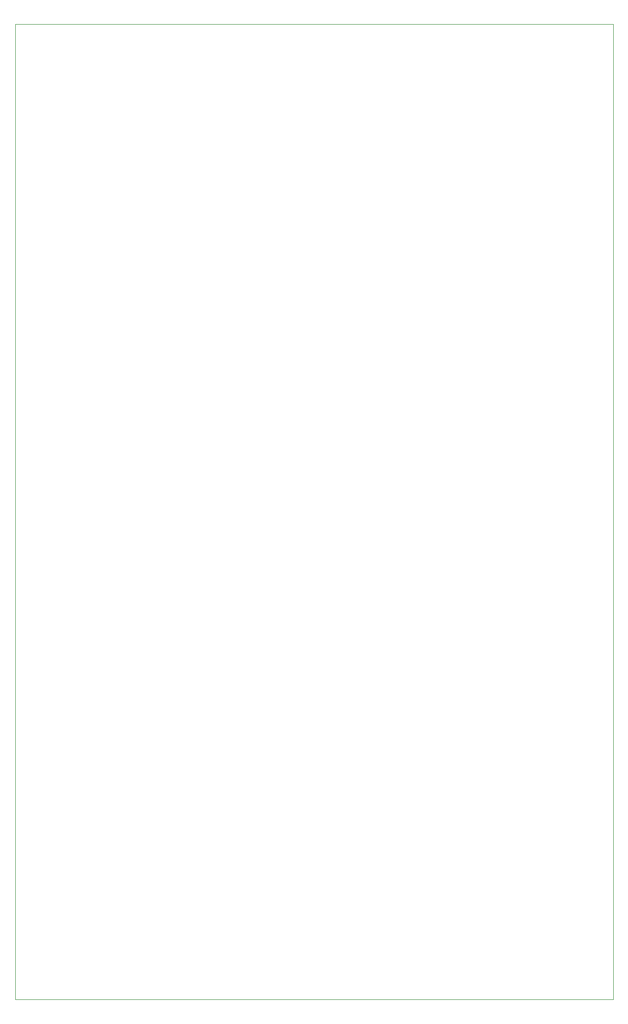
<source format=gbr>
%TF.GenerationSoftware,KiCad,Pcbnew,(5.1.9)-1*%
%TF.CreationDate,2021-03-27T15:00:32-04:00*%
%TF.ProjectId,Power,506f7765-722e-46b6-9963-61645f706362,rev?*%
%TF.SameCoordinates,Original*%
%TF.FileFunction,Profile,NP*%
%FSLAX46Y46*%
G04 Gerber Fmt 4.6, Leading zero omitted, Abs format (unit mm)*
G04 Created by KiCad (PCBNEW (5.1.9)-1) date 2021-03-27 15:00:32*
%MOMM*%
%LPD*%
G01*
G04 APERTURE LIST*
%TA.AperFunction,Profile*%
%ADD10C,0.050000*%
%TD*%
G04 APERTURE END LIST*
D10*
X66040000Y-181610000D02*
X66040000Y-13970000D01*
X168910000Y-181610000D02*
X66040000Y-181610000D01*
X168910000Y-13970000D02*
X168910000Y-181610000D01*
X66040000Y-13970000D02*
X168910000Y-13970000D01*
M02*

</source>
